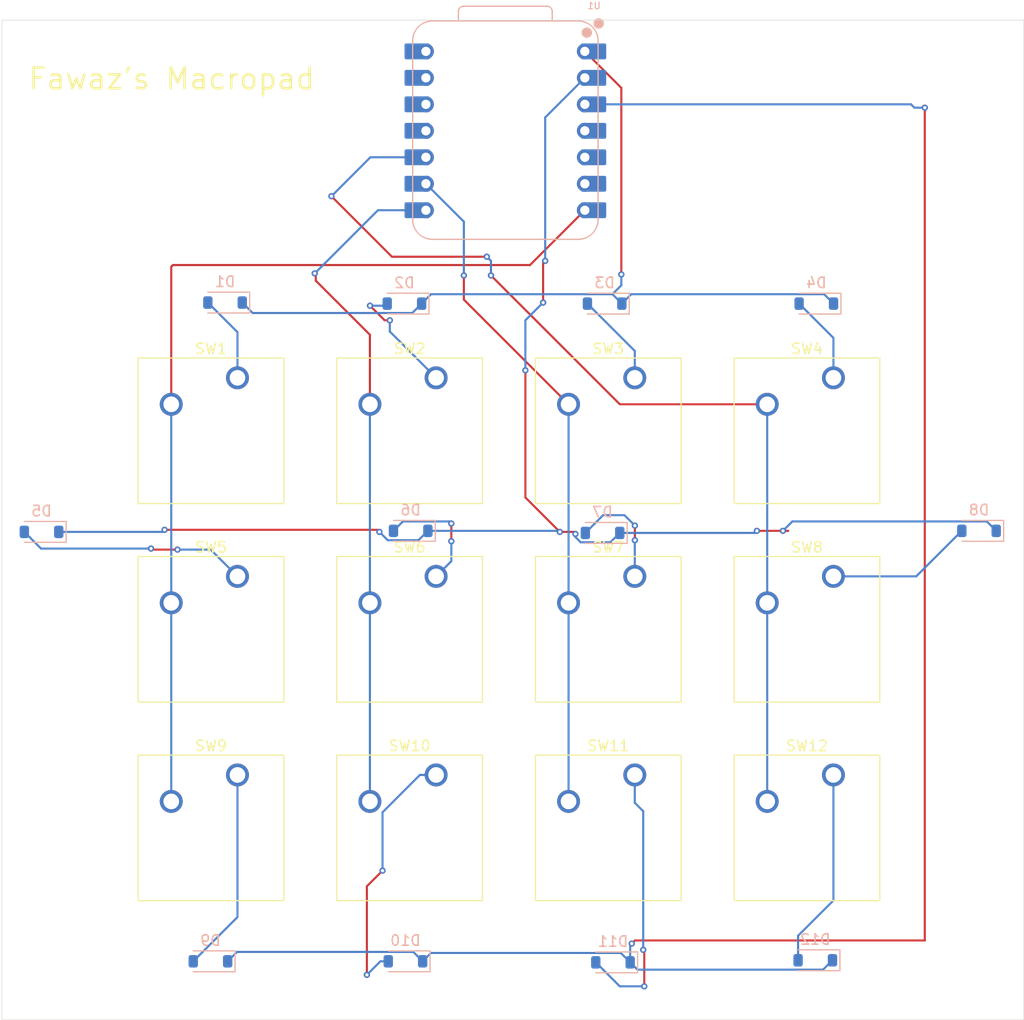
<source format=kicad_pcb>
(kicad_pcb (version 20241229) (generator "pcbnew") (generator_version "9.0")
  (layers (0 "F.Cu" signal) (2 "B.Cu" signal) (13 "F.Paste" user) (15 "B.Paste" user) (5 "F.SilkS" user "F.Silkscreen") (7 "B.SilkS" user "B.Silkscreen") (1 "F.Mask" user) (3 "B.Mask" user) (25 "Edge.Cuts" user))
  (net 0 "")
  (net 1 "ROW0")
  (net 2 "Net-(D1-A)")
  (net 3 "Net-(D2-A)")
  (net 4 "Net-(D3-A)")
  (net 5 "Net-(D4-A)")
  (net 6 "ROW1")
  (net 7 "Net-(D5-A)")
  (net 8 "Net-(D6-A)")
  (net 9 "Net-(D7-A)")
  (net 10 "Net-(D8-A)")
  (net 11 "ROW2")
  (net 12 "Net-(D9-A)")
  (net 13 "Net-(D10-A)")
  (net 14 "Net-(D11-A)")
  (net 15 "Net-(D12-A)")
  (net 16 "COL0")
  (net 17 "COL1")
  (net 18 "COL2")
  (net 19 "COL3")
  (footprint "Button_Switch_Keyboard:SW_Cherry_MX_1.00u_PCB" (layer "F.Cu") (at 154.94 90.17)
    (property "Reference" "SW8" (at -2.54 -2.794 0) (layer "F.SilkS"))
    (property "Value" "SW_Push")
    (fp_line (start -9.525 -1.905) (end 4.445 -1.905) (stroke (width 0.12)) (layer "F.SilkS"))
    (fp_line (start -9.525 12.065) (end -9.525 -1.905) (stroke (width 0.12)) (layer "F.SilkS"))
    (fp_line (start 4.445 -1.905) (end 4.445 12.065) (stroke (width 0.12)) (layer "F.SilkS"))
    (fp_line (start 4.445 12.065) (end -9.525 12.065) (stroke (width 0.12)) (layer "F.SilkS"))
    (pad "" np_thru_hole circle (at -7.62 5.08) (size 1.7 1.7) (drill 1.7) (layers "*.Cu" "*.Mask"))
    (pad "" np_thru_hole circle (at -2.54 5.08) (size 4 4) (drill 4) (layers "*.Cu" "*.Mask"))
    (pad "" np_thru_hole circle (at 2.54 5.08) (size 1.7 1.7) (drill 1.7) (layers "*.Cu" "*.Mask"))
    (pad "1" thru_hole circle (at 0 0) (size 2.2 2.2) (drill 1.5) (layers "*.Cu" "*.Mask") (net 10 "Net-(D8-A)"))
    (pad "2" thru_hole circle (at -6.35 2.54) (size 2.2 2.2) (drill 1.5) (layers "*.Cu" "*.Mask") (net 19 "COL3"))
  )
  (footprint "Button_Switch_Keyboard:SW_Cherry_MX_1.00u_PCB" (layer "F.Cu") (at 154.94 71.12)
    (property "Reference" "SW4" (at -2.54 -2.794 0) (layer "F.SilkS"))
    (property "Value" "SW_Push")
    (fp_line (start -9.525 -1.905) (end 4.445 -1.905) (stroke (width 0.12)) (layer "F.SilkS"))
    (fp_line (start -9.525 12.065) (end -9.525 -1.905) (stroke (width 0.12)) (layer "F.SilkS"))
    (fp_line (start 4.445 -1.905) (end 4.445 12.065) (stroke (width 0.12)) (layer "F.SilkS"))
    (fp_line (start 4.445 12.065) (end -9.525 12.065) (stroke (width 0.12)) (layer "F.SilkS"))
    (pad "" np_thru_hole circle (at -7.62 5.08) (size 1.7 1.7) (drill 1.7) (layers "*.Cu" "*.Mask"))
    (pad "" np_thru_hole circle (at -2.54 5.08) (size 4 4) (drill 4) (layers "*.Cu" "*.Mask"))
    (pad "" np_thru_hole circle (at 2.54 5.08) (size 1.7 1.7) (drill 1.7) (layers "*.Cu" "*.Mask"))
    (pad "1" thru_hole circle (at 0 0) (size 2.2 2.2) (drill 1.5) (layers "*.Cu" "*.Mask") (net 5 "Net-(D4-A)"))
    (pad "2" thru_hole circle (at -6.35 2.54) (size 2.2 2.2) (drill 1.5) (layers "*.Cu" "*.Mask") (net 19 "COL3"))
  )
  (footprint "Button_Switch_Keyboard:SW_Cherry_MX_1.00u_PCB" (layer "F.Cu") (at 154.94 109.22)
    (property "Reference" "SW12" (at -2.54 -2.794 0) (layer "F.SilkS"))
    (property "Value" "SW_Push")
    (fp_line (start -9.525 -1.905) (end 4.445 -1.905) (stroke (width 0.12)) (layer "F.SilkS"))
    (fp_line (start -9.525 12.065) (end -9.525 -1.905) (stroke (width 0.12)) (layer "F.SilkS"))
    (fp_line (start 4.445 -1.905) (end 4.445 12.065) (stroke (width 0.12)) (layer "F.SilkS"))
    (fp_line (start 4.445 12.065) (end -9.525 12.065) (stroke (width 0.12)) (layer "F.SilkS"))
    (pad "" np_thru_hole circle (at -7.62 5.08) (size 1.7 1.7) (drill 1.7) (layers "*.Cu" "*.Mask"))
    (pad "" np_thru_hole circle (at -2.54 5.08) (size 4 4) (drill 4) (layers "*.Cu" "*.Mask"))
    (pad "" np_thru_hole circle (at 2.54 5.08) (size 1.7 1.7) (drill 1.7) (layers "*.Cu" "*.Mask"))
    (pad "1" thru_hole circle (at 0 0) (size 2.2 2.2) (drill 1.5) (layers "*.Cu" "*.Mask") (net 15 "Net-(D12-A)"))
    (pad "2" thru_hole circle (at -6.35 2.54) (size 2.2 2.2) (drill 1.5) (layers "*.Cu" "*.Mask") (net 19 "COL3"))
  )
  (footprint "Button_Switch_Keyboard:SW_Cherry_MX_1.00u_PCB" (layer "F.Cu") (at 97.79 71.12)
    (property "Reference" "SW1" (at -2.54 -2.794 0) (layer "F.SilkS"))
    (property "Value" "SW_Push")
    (fp_line (start -9.525 -1.905) (end 4.445 -1.905) (stroke (width 0.12)) (layer "F.SilkS"))
    (fp_line (start -9.525 12.065) (end -9.525 -1.905) (stroke (width 0.12)) (layer "F.SilkS"))
    (fp_line (start 4.445 -1.905) (end 4.445 12.065) (stroke (width 0.12)) (layer "F.SilkS"))
    (fp_line (start 4.445 12.065) (end -9.525 12.065) (stroke (width 0.12)) (layer "F.SilkS"))
    (pad "" np_thru_hole circle (at -7.62 5.08) (size 1.7 1.7) (drill 1.7) (layers "*.Cu" "*.Mask"))
    (pad "" np_thru_hole circle (at -2.54 5.08) (size 4 4) (drill 4) (layers "*.Cu" "*.Mask"))
    (pad "" np_thru_hole circle (at 2.54 5.08) (size 1.7 1.7) (drill 1.7) (layers "*.Cu" "*.Mask"))
    (pad "1" thru_hole circle (at 0 0) (size 2.2 2.2) (drill 1.5) (layers "*.Cu" "*.Mask") (net 2 "Net-(D1-A)"))
    (pad "2" thru_hole circle (at -6.35 2.54) (size 2.2 2.2) (drill 1.5) (layers "*.Cu" "*.Mask") (net 16 "COL0"))
  )
  (footprint "Button_Switch_Keyboard:SW_Cherry_MX_1.00u_PCB" (layer "F.Cu") (at 116.84 109.22)
    (property "Reference" "SW10" (at -2.54 -2.794 0) (layer "F.SilkS"))
    (property "Value" "SW_Push")
    (fp_line (start -9.525 -1.905) (end 4.445 -1.905) (stroke (width 0.12)) (layer "F.SilkS"))
    (fp_line (start -9.525 12.065) (end -9.525 -1.905) (stroke (width 0.12)) (layer "F.SilkS"))
    (fp_line (start 4.445 -1.905) (end 4.445 12.065) (stroke (width 0.12)) (layer "F.SilkS"))
    (fp_line (start 4.445 12.065) (end -9.525 12.065) (stroke (width 0.12)) (layer "F.SilkS"))
    (pad "" np_thru_hole circle (at -7.62 5.08) (size 1.7 1.7) (drill 1.7) (layers "*.Cu" "*.Mask"))
    (pad "" np_thru_hole circle (at -2.54 5.08) (size 4 4) (drill 4) (layers "*.Cu" "*.Mask"))
    (pad "" np_thru_hole circle (at 2.54 5.08) (size 1.7 1.7) (drill 1.7) (layers "*.Cu" "*.Mask"))
    (pad "1" thru_hole circle (at 0 0) (size 2.2 2.2) (drill 1.5) (layers "*.Cu" "*.Mask") (net 13 "Net-(D10-A)"))
    (pad "2" thru_hole circle (at -6.35 2.54) (size 2.2 2.2) (drill 1.5) (layers "*.Cu" "*.Mask") (net 17 "COL1"))
  )
  (footprint "Button_Switch_Keyboard:SW_Cherry_MX_1.00u_PCB" (layer "F.Cu") (at 135.89 90.17)
    (property "Reference" "SW7" (at -2.54 -2.794 0) (layer "F.SilkS"))
    (property "Value" "SW_Push")
    (fp_line (start -9.525 -1.905) (end 4.445 -1.905) (stroke (width 0.12)) (layer "F.SilkS"))
    (fp_line (start -9.525 12.065) (end -9.525 -1.905) (stroke (width 0.12)) (layer "F.SilkS"))
    (fp_line (start 4.445 -1.905) (end 4.445 12.065) (stroke (width 0.12)) (layer "F.SilkS"))
    (fp_line (start 4.445 12.065) (end -9.525 12.065) (stroke (width 0.12)) (layer "F.SilkS"))
    (pad "" np_thru_hole circle (at -7.62 5.08) (size 1.7 1.7) (drill 1.7) (layers "*.Cu" "*.Mask"))
    (pad "" np_thru_hole circle (at -2.54 5.08) (size 4 4) (drill 4) (layers "*.Cu" "*.Mask"))
    (pad "" np_thru_hole circle (at 2.54 5.08) (size 1.7 1.7) (drill 1.7) (layers "*.Cu" "*.Mask"))
    (pad "1" thru_hole circle (at 0 0) (size 2.2 2.2) (drill 1.5) (layers "*.Cu" "*.Mask") (net 9 "Net-(D7-A)"))
    (pad "2" thru_hole circle (at -6.35 2.54) (size 2.2 2.2) (drill 1.5) (layers "*.Cu" "*.Mask") (net 18 "COL2"))
  )
  (footprint "Button_Switch_Keyboard:SW_Cherry_MX_1.00u_PCB" (layer "F.Cu") (at 135.89 109.22)
    (property "Reference" "SW11" (at -2.54 -2.794 0) (layer "F.SilkS"))
    (property "Value" "SW_Push")
    (fp_line (start -9.525 -1.905) (end 4.445 -1.905) (stroke (width 0.12)) (layer "F.SilkS"))
    (fp_line (start -9.525 12.065) (end -9.525 -1.905) (stroke (width 0.12)) (layer "F.SilkS"))
    (fp_line (start 4.445 -1.905) (end 4.445 12.065) (stroke (width 0.12)) (layer "F.SilkS"))
    (fp_line (start 4.445 12.065) (end -9.525 12.065) (stroke (width 0.12)) (layer "F.SilkS"))
    (pad "" np_thru_hole circle (at -7.62 5.08) (size 1.7 1.7) (drill 1.7) (layers "*.Cu" "*.Mask"))
    (pad "" np_thru_hole circle (at -2.54 5.08) (size 4 4) (drill 4) (layers "*.Cu" "*.Mask"))
    (pad "" np_thru_hole circle (at 2.54 5.08) (size 1.7 1.7) (drill 1.7) (layers "*.Cu" "*.Mask"))
    (pad "1" thru_hole circle (at 0 0) (size 2.2 2.2) (drill 1.5) (layers "*.Cu" "*.Mask") (net 14 "Net-(D11-A)"))
    (pad "2" thru_hole circle (at -6.35 2.54) (size 2.2 2.2) (drill 1.5) (layers "*.Cu" "*.Mask") (net 18 "COL2"))
  )
  (footprint "Button_Switch_Keyboard:SW_Cherry_MX_1.00u_PCB" (layer "F.Cu") (at 97.79 90.17)
    (property "Reference" "SW5" (at -2.54 -2.794 0) (layer "F.SilkS"))
    (property "Value" "SW_Push")
    (fp_line (start -9.525 -1.905) (end 4.445 -1.905) (stroke (width 0.12)) (layer "F.SilkS"))
    (fp_line (start -9.525 12.065) (end -9.525 -1.905) (stroke (width 0.12)) (layer "F.SilkS"))
    (fp_line (start 4.445 -1.905) (end 4.445 12.065) (stroke (width 0.12)) (layer "F.SilkS"))
    (fp_line (start 4.445 12.065) (end -9.525 12.065) (stroke (width 0.12)) (layer "F.SilkS"))
    (pad "" np_thru_hole circle (at -7.62 5.08) (size 1.7 1.7) (drill 1.7) (layers "*.Cu" "*.Mask"))
    (pad "" np_thru_hole circle (at -2.54 5.08) (size 4 4) (drill 4) (layers "*.Cu" "*.Mask"))
    (pad "" np_thru_hole circle (at 2.54 5.08) (size 1.7 1.7) (drill 1.7) (layers "*.Cu" "*.Mask"))
    (pad "1" thru_hole circle (at 0 0) (size 2.2 2.2) (drill 1.5) (layers "*.Cu" "*.Mask") (net 7 "Net-(D5-A)"))
    (pad "2" thru_hole circle (at -6.35 2.54) (size 2.2 2.2) (drill 1.5) (layers "*.Cu" "*.Mask") (net 16 "COL0"))
  )
  (footprint "Button_Switch_Keyboard:SW_Cherry_MX_1.00u_PCB" (layer "F.Cu") (at 116.84 90.17)
    (property "Reference" "SW6" (at -2.54 -2.794 0) (layer "F.SilkS"))
    (property "Value" "SW_Push")
    (fp_line (start -9.525 -1.905) (end 4.445 -1.905) (stroke (width 0.12)) (layer "F.SilkS"))
    (fp_line (start -9.525 12.065) (end -9.525 -1.905) (stroke (width 0.12)) (layer "F.SilkS"))
    (fp_line (start 4.445 -1.905) (end 4.445 12.065) (stroke (width 0.12)) (layer "F.SilkS"))
    (fp_line (start 4.445 12.065) (end -9.525 12.065) (stroke (width 0.12)) (layer "F.SilkS"))
    (pad "" np_thru_hole circle (at -7.62 5.08) (size 1.7 1.7) (drill 1.7) (layers "*.Cu" "*.Mask"))
    (pad "" np_thru_hole circle (at -2.54 5.08) (size 4 4) (drill 4) (layers "*.Cu" "*.Mask"))
    (pad "" np_thru_hole circle (at 2.54 5.08) (size 1.7 1.7) (drill 1.7) (layers "*.Cu" "*.Mask"))
    (pad "1" thru_hole circle (at 0 0) (size 2.2 2.2) (drill 1.5) (layers "*.Cu" "*.Mask") (net 8 "Net-(D6-A)"))
    (pad "2" thru_hole circle (at -6.35 2.54) (size 2.2 2.2) (drill 1.5) (layers "*.Cu" "*.Mask") (net 17 "COL1"))
  )
  (footprint "Button_Switch_Keyboard:SW_Cherry_MX_1.00u_PCB" (layer "F.Cu") (at 135.89 71.12)
    (property "Reference" "SW3" (at -2.54 -2.794 0) (layer "F.SilkS"))
    (property "Value" "SW_Push")
    (fp_line (start -9.525 -1.905) (end 4.445 -1.905) (stroke (width 0.12)) (layer "F.SilkS"))
    (fp_line (start -9.525 12.065) (end -9.525 -1.905) (stroke (width 0.12)) (layer "F.SilkS"))
    (fp_line (start 4.445 -1.905) (end 4.445 12.065) (stroke (width 0.12)) (layer "F.SilkS"))
    (fp_line (start 4.445 12.065) (end -9.525 12.065) (stroke (width 0.12)) (layer "F.SilkS"))
    (pad "" np_thru_hole circle (at -7.62 5.08) (size 1.7 1.7) (drill 1.7) (layers "*.Cu" "*.Mask"))
    (pad "" np_thru_hole circle (at -2.54 5.08) (size 4 4) (drill 4) (layers "*.Cu" "*.Mask"))
    (pad "" np_thru_hole circle (at 2.54 5.08) (size 1.7 1.7) (drill 1.7) (layers "*.Cu" "*.Mask"))
    (pad "1" thru_hole circle (at 0 0) (size 2.2 2.2) (drill 1.5) (layers "*.Cu" "*.Mask") (net 4 "Net-(D3-A)"))
    (pad "2" thru_hole circle (at -6.35 2.54) (size 2.2 2.2) (drill 1.5) (layers "*.Cu" "*.Mask") (net 18 "COL2"))
  )
  (footprint "Button_Switch_Keyboard:SW_Cherry_MX_1.00u_PCB" (layer "F.Cu") (at 97.79 109.22)
    (property "Reference" "SW9" (at -2.54 -2.794 0) (layer "F.SilkS"))
    (property "Value" "SW_Push")
    (fp_line (start -9.525 -1.905) (end 4.445 -1.905) (stroke (width 0.12)) (layer "F.SilkS"))
    (fp_line (start -9.525 12.065) (end -9.525 -1.905) (stroke (width 0.12)) (layer "F.SilkS"))
    (fp_line (start 4.445 -1.905) (end 4.445 12.065) (stroke (width 0.12)) (layer "F.SilkS"))
    (fp_line (start 4.445 12.065) (end -9.525 12.065) (stroke (width 0.12)) (layer "F.SilkS"))
    (pad "" np_thru_hole circle (at -7.62 5.08) (size 1.7 1.7) (drill 1.7) (layers "*.Cu" "*.Mask"))
    (pad "" np_thru_hole circle (at -2.54 5.08) (size 4 4) (drill 4) (layers "*.Cu" "*.Mask"))
    (pad "" np_thru_hole circle (at 2.54 5.08) (size 1.7 1.7) (drill 1.7) (layers "*.Cu" "*.Mask"))
    (pad "1" thru_hole circle (at 0 0) (size 2.2 2.2) (drill 1.5) (layers "*.Cu" "*.Mask") (net 12 "Net-(D9-A)"))
    (pad "2" thru_hole circle (at -6.35 2.54) (size 2.2 2.2) (drill 1.5) (layers "*.Cu" "*.Mask") (net 16 "COL0"))
  )
  (footprint "Button_Switch_Keyboard:SW_Cherry_MX_1.00u_PCB" (layer "F.Cu") (at 116.84 71.12)
    (property "Reference" "SW2" (at -2.54 -2.794 0) (layer "F.SilkS"))
    (property "Value" "SW_Push")
    (fp_line (start -9.525 -1.905) (end 4.445 -1.905) (stroke (width 0.12)) (layer "F.SilkS"))
    (fp_line (start -9.525 12.065) (end -9.525 -1.905) (stroke (width 0.12)) (layer "F.SilkS"))
    (fp_line (start 4.445 -1.905) (end 4.445 12.065) (stroke (width 0.12)) (layer "F.SilkS"))
    (fp_line (start 4.445 12.065) (end -9.525 12.065) (stroke (width 0.12)) (layer "F.SilkS"))
    (pad "" np_thru_hole circle (at -7.62 5.08) (size 1.7 1.7) (drill 1.7) (layers "*.Cu" "*.Mask"))
    (pad "" np_thru_hole circle (at -2.54 5.08) (size 4 4) (drill 4) (layers "*.Cu" "*.Mask"))
    (pad "" np_thru_hole circle (at 2.54 5.08) (size 1.7 1.7) (drill 1.7) (layers "*.Cu" "*.Mask"))
    (pad "1" thru_hole circle (at 0 0) (size 2.2 2.2) (drill 1.5) (layers "*.Cu" "*.Mask") (net 3 "Net-(D2-A)"))
    (pad "2" thru_hole circle (at -6.35 2.54) (size 2.2 2.2) (drill 1.5) (layers "*.Cu" "*.Mask") (net 17 "COL1"))
  )
  (footprint "Diode_SMD:D_SOD-123" (layer "B.Cu") (at 153.3 64 180)
    (property "Reference" "D4" (at 0 2 0) (layer "B.SilkS") (effects (justify mirror)))
    (property "Value" "1N4148WT")
    (fp_line (start -2.36 1) (end 1.65 1) (stroke (width 0.12)) (layer "B.SilkS"))
    (fp_line (start -2.36 1) (end -2.36 -1) (stroke (width 0.12)) (layer "B.SilkS"))
    (fp_line (start -2.36 -1) (end 1.65 -1) (stroke (width 0.12)) (layer "B.SilkS"))
    (pad "1" smd roundrect (at -1.65 0 180) (size 0.9 1.2) (layers "B.Cu" "B.Mask" "B.Paste") (net 1 "ROW0"))
    (pad "2" smd roundrect (at 1.65 0 180) (size 0.9 1.2) (layers "B.Cu" "B.Mask" "B.Paste") (net 5 "Net-(D4-A)"))
  )
  (footprint "Diode_SMD:D_SOD-123" (layer "B.Cu") (at 132.8 86 180)
    (property "Reference" "D7" (at 0 2 0) (layer "B.SilkS") (effects (justify mirror)))
    (property "Value" "1N4148WT")
    (fp_line (start -2.36 1) (end 1.65 1) (stroke (width 0.12)) (layer "B.SilkS"))
    (fp_line (start -2.36 1) (end -2.36 -1) (stroke (width 0.12)) (layer "B.SilkS"))
    (fp_line (start -2.36 -1) (end 1.65 -1) (stroke (width 0.12)) (layer "B.SilkS"))
    (pad "1" smd roundrect (at -1.65 0 180) (size 0.9 1.2) (layers "B.Cu" "B.Mask" "B.Paste") (net 6 "ROW1"))
    (pad "2" smd roundrect (at 1.65 0 180) (size 0.9 1.2) (layers "B.Cu" "B.Mask" "B.Paste") (net 9 "Net-(D7-A)"))
  )
  (footprint "Diode_SMD:D_SOD-123" (layer "B.Cu") (at 96.6 63.9 180)
    (property "Reference" "D1" (at 0 2 0) (layer "B.SilkS") (effects (justify mirror)))
    (property "Value" "1N4148WT")
    (fp_line (start -2.36 1) (end 1.65 1) (stroke (width 0.12)) (layer "B.SilkS"))
    (fp_line (start -2.36 1) (end -2.36 -1) (stroke (width 0.12)) (layer "B.SilkS"))
    (fp_line (start -2.36 -1) (end 1.65 -1) (stroke (width 0.12)) (layer "B.SilkS"))
    (pad "1" smd roundrect (at -1.65 0 180) (size 0.9 1.2) (layers "B.Cu" "B.Mask" "B.Paste") (net 1 "ROW0"))
    (pad "2" smd roundrect (at 1.65 0 180) (size 0.9 1.2) (layers "B.Cu" "B.Mask" "B.Paste") (net 2 "Net-(D1-A)"))
  )
  (footprint "Diode_SMD:D_SOD-123" (layer "B.Cu") (at 168.9 85.8 180)
    (property "Reference" "D8" (at 0 2 0) (layer "B.SilkS") (effects (justify mirror)))
    (property "Value" "1N4148WT")
    (fp_line (start -2.36 1) (end 1.65 1) (stroke (width 0.12)) (layer "B.SilkS"))
    (fp_line (start -2.36 1) (end -2.36 -1) (stroke (width 0.12)) (layer "B.SilkS"))
    (fp_line (start -2.36 -1) (end 1.65 -1) (stroke (width 0.12)) (layer "B.SilkS"))
    (pad "1" smd roundrect (at -1.65 0 180) (size 0.9 1.2) (layers "B.Cu" "B.Mask" "B.Paste") (net 6 "ROW1"))
    (pad "2" smd roundrect (at 1.65 0 180) (size 0.9 1.2) (layers "B.Cu" "B.Mask" "B.Paste") (net 10 "Net-(D8-A)"))
  )
  (footprint "Seeed Studio XIAO Series Library:XIAO-RP2040-DIP" (layer "B.Cu") (at 123.48 47.42 180)
    (property "Reference" "U1" (at -8.5 12 0) (layer "B.SilkS") (effects (font (size 0.635 0.635) (thickness 0.1016)) (justify mirror)))
    (property "Value" "XIAO-RP2040-DIP")
    (fp_line (start 8.89 -8.509) (end 8.89 8.636) (stroke (width 0.127)) (layer "B.SilkS"))
    (fp_line (start 6.985 10.541) (end -6.985 10.541) (stroke (width 0.1)) (layer "B.SilkS"))
    (fp_line (start 6.985 10.541) (end -6.985 10.541) (stroke (width 0.127)) (layer "B.SilkS"))
    (fp_line (start 4.504 11.451) (end 4.504 10.541) (stroke (width 0.127)) (layer "B.SilkS"))
    (fp_line (start -3.991272 11.951) (end 4.004 11.951) (stroke (width 0.127)) (layer "B.SilkS"))
    (fp_line (start -4.495 10.541) (end -4.491272 11.451272) (stroke (width 0.127)) (layer "B.SilkS"))
    (fp_line (start -6.985 -10.414) (end 6.985 -10.414) (stroke (width 0.127)) (layer "B.SilkS"))
    (fp_line (start -8.89 -8.509) (end -8.89 8.636) (stroke (width 0.127)) (layer "B.SilkS"))
    (fp_arc (start 8.89 8.636) (mid 8.332038 9.983038) (end 6.985 10.541) (stroke (width 0.127)) (layer "B.SilkS"))
    (fp_arc (start 6.985 -10.414) (mid 8.332038 -9.856038) (end 8.89 -8.509) (stroke (width 0.127)) (layer "B.SilkS"))
    (fp_arc (start 4.504 11.451) (mid 4.357553 11.804553) (end 4.004 11.951) (stroke (width 0.127)) (layer "B.SilkS"))
    (fp_arc (start -3.991272 11.951) (mid -4.344724 11.804644) (end -4.491272 11.451272) (stroke (width 0.127)) (layer "B.SilkS"))
    (fp_arc (start -6.985 10.541) (mid -8.332038 9.983038) (end -8.89 8.636) (stroke (width 0.127)) (layer "B.SilkS"))
    (fp_arc (start -8.89 -8.509) (mid -8.332038 -9.856038) (end -6.985 -10.414) (stroke (width 0.127)) (layer "B.SilkS"))
    (fp_circle (center -7.807 9.42) (end -7.807 9.674) (stroke (width 0.5)) (fill yes) (layer "B.SilkS"))
    (fp_circle (center -8.95 10.3) (end -8.95 10.554) (stroke (width 0.5)) (fill yes) (layer "B.SilkS"))
    (pad "1" smd roundrect (at -8.455 7.62) (size 2.432 1.524) (layers "B.Cu" "B.Mask") (roundrect_rratio 0.1) (net 1 "ROW0"))
    (pad "1" thru_hole circle (at -7.62 7.62) (size 1.524 1.524) (drill 0.889) (layers "*.Cu" "*.Mask") (net 1 "ROW0"))
    (pad "2" smd roundrect (at -8.455 5.08) (size 2.432 1.524) (layers "B.Cu" "B.Mask") (roundrect_rratio 0.1) (net 6 "ROW1"))
    (pad "2" thru_hole circle (at -7.62 5.08) (size 1.524 1.524) (drill 0.889) (layers "*.Cu" "*.Mask") (net 6 "ROW1"))
    (pad "3" smd roundrect (at -8.455 2.54) (size 2.432 1.524) (layers "B.Cu" "B.Mask") (roundrect_rratio 0.1) (net 11 "ROW2"))
    (pad "3" thru_hole circle (at -7.62 2.54) (size 1.524 1.524) (drill 0.889) (layers "*.Cu" "*.Mask") (net 11 "ROW2"))
    (pad "4" smd roundrect (at -8.455 0) (size 2.432 1.524) (layers "B.Cu" "B.Mask") (roundrect_rratio 0.1))
    (pad "4" thru_hole circle (at -7.62 0) (size 1.524 1.524) (drill 0.889) (layers "*.Cu" "*.Mask"))
    (pad "5" smd roundrect (at -8.455 -2.54) (size 2.432 1.524) (layers "B.Cu" "B.Mask") (roundrect_rratio 0.1))
    (pad "5" thru_hole circle (at -7.62 -2.54) (size 1.524 1.524) (drill 0.889) (layers "*.Cu" "*.Mask"))
    (pad "6" smd roundrect (at -8.455 -5.08) (size 2.432 1.524) (layers "B.Cu" "B.Mask") (roundrect_rratio 0.1))
    (pad "6" thru_hole circle (at -7.62 -5.08) (size 1.524 1.524) (drill 0.889) (layers "*.Cu" "*.Mask"))
    (pad "7" smd roundrect (at -8.455 -7.62) (size 2.432 1.524) (layers "B.Cu" "B.Mask") (roundrect_rratio 0.1) (net 16 "COL0"))
    (pad "7" thru_hole circle (at -7.62 -7.62) (size 1.524 1.524) (drill 0.889) (layers "*.Cu" "*.Mask") (net 16 "COL0"))
    (pad "8" thru_hole circle (at 7.62 -7.62 180) (size 1.524 1.524) (drill 0.889) (layers "*.Cu" "*.Mask") (net 17 "COL1"))
    (pad "8" smd roundrect (at 8.455 -7.62 180) (size 2.432 1.524) (layers "B.Cu" "B.Mask") (roundrect_rratio 0.1) (net 17 "COL1"))
    (pad "9" thru_hole circle (at 7.62 -5.08 180) (size 1.524 1.524) (drill 0.889) (layers "*.Cu" "*.Mask") (net 18 "COL2"))
    (pad "9" smd roundrect (at 8.455 -5.08 180) (size 2.432 1.524) (layers "B.Cu" "B.Mask") (roundrect_rratio 0.1) (net 18 "COL2"))
    (pad "10" thru_hole circle (at 7.62 -2.54 180) (size 1.524 1.524) (drill 0.889) (layers "*.Cu" "*.Mask") (net 19 "COL3"))
    (pad "10" smd roundrect (at 8.455 -2.54 180) (size 2.432 1.524) (layers "B.Cu" "B.Mask") (roundrect_rratio 0.1) (net 19 "COL3"))
    (pad "11" thru_hole circle (at 7.62 0 180) (size 1.524 1.524) (drill 0.889) (layers "*.Cu" "*.Mask"))
    (pad "11" smd roundrect (at 8.455 0 180) (size 2.432 1.524) (layers "B.Cu" "B.Mask") (roundrect_rratio 0.1))
    (pad "12" thru_hole circle (at 7.62 2.54 180) (size 1.524 1.524) (drill 0.889) (layers "*.Cu" "*.Mask"))
    (pad "12" smd roundrect (at 8.455 2.54 180) (size 2.432 1.524) (layers "B.Cu" "B.Mask") (roundrect_rratio 0.1))
    (pad "13" thru_hole circle (at 7.62 5.08 180) (size 1.524 1.524) (drill 0.889) (layers "*.Cu" "*.Mask"))
    (pad "13" smd roundrect (at 8.455 5.08 180) (size 2.432 1.524) (layers "B.Cu" "B.Mask") (roundrect_rratio 0.1))
    (pad "14" thru_hole circle (at 7.62 7.62 180) (size 1.524 1.524) (drill 0.889) (layers "*.Cu" "*.Mask"))
    (pad "14" smd roundrect (at 8.455 7.62 180) (size 2.432 1.524) (layers "B.Cu" "B.Mask") (roundrect_rratio 0.1))
  )
  (footprint "Diode_SMD:D_SOD-123" (layer "B.Cu") (at 113.9 127.1 180)
    (property "Reference" "D10" (at 0 2 0) (layer "B.SilkS") (effects (justify mirror)))
    (property "Value" "1N4148WT")
    (fp_line (start -2.36 1) (end 1.65 1) (stroke (width 0.12)) (layer "B.SilkS"))
    (fp_line (start -2.36 1) (end -2.36 -1) (stroke (width 0.12)) (layer "B.SilkS"))
    (fp_line (start -2.36 -1) (end 1.65 -1) (stroke (width 0.12)) (layer "B.SilkS"))
    (pad "1" smd roundrect (at -1.65 0 180) (size 0.9 1.2) (layers "B.Cu" "B.Mask" "B.Paste") (net 11 "ROW2"))
    (pad "2" smd roundrect (at 1.65 0 180) (size 0.9 1.2) (layers "B.Cu" "B.Mask" "B.Paste") (net 13 "Net-(D10-A)"))
  )
  (footprint "Diode_SMD:D_SOD-123" (layer "B.Cu") (at 153.2 127 180)
    (property "Reference" "D12" (at 0 2 0) (layer "B.SilkS") (effects (justify mirror)))
    (property "Value" "1N4148WT")
    (fp_line (start -2.36 1) (end 1.65 1) (stroke (width 0.12)) (layer "B.SilkS"))
    (fp_line (start -2.36 1) (end -2.36 -1) (stroke (width 0.12)) (layer "B.SilkS"))
    (fp_line (start -2.36 -1) (end 1.65 -1) (stroke (width 0.12)) (layer "B.SilkS"))
    (pad "1" smd roundrect (at -1.65 0 180) (size 0.9 1.2) (layers "B.Cu" "B.Mask" "B.Paste") (net 11 "ROW2"))
    (pad "2" smd roundrect (at 1.65 0 180) (size 0.9 1.2) (layers "B.Cu" "B.Mask" "B.Paste") (net 15 "Net-(D12-A)"))
  )
  (footprint "Diode_SMD:D_SOD-123" (layer "B.Cu") (at 95.2 127.1 180)
    (property "Reference" "D9" (at 0 2 0) (layer "B.SilkS") (effects (justify mirror)))
    (property "Value" "1N4148WT")
    (fp_line (start -2.36 1) (end 1.65 1) (stroke (width 0.12)) (layer "B.SilkS"))
    (fp_line (start -2.36 1) (end -2.36 -1) (stroke (width 0.12)) (layer "B.SilkS"))
    (fp_line (start -2.36 -1) (end 1.65 -1) (stroke (width 0.12)) (layer "B.SilkS"))
    (pad "1" smd roundrect (at -1.65 0 180) (size 0.9 1.2) (layers "B.Cu" "B.Mask" "B.Paste") (net 11 "ROW2"))
    (pad "2" smd roundrect (at 1.65 0 180) (size 0.9 1.2) (layers "B.Cu" "B.Mask" "B.Paste") (net 12 "Net-(D9-A)"))
  )
  (footprint "Diode_SMD:D_SOD-123" (layer "B.Cu") (at 133.8 127.2 180)
    (property "Reference" "D11" (at 0 2 0) (layer "B.SilkS") (effects (justify mirror)))
    (property "Value" "1N4148WT")
    (fp_line (start -2.36 1) (end 1.65 1) (stroke (width 0.12)) (layer "B.SilkS"))
    (fp_line (start -2.36 1) (end -2.36 -1) (stroke (width 0.12)) (layer "B.SilkS"))
    (fp_line (start -2.36 -1) (end 1.65 -1) (stroke (width 0.12)) (layer "B.SilkS"))
    (pad "1" smd roundrect (at -1.65 0 180) (size 0.9 1.2) (layers "B.Cu" "B.Mask" "B.Paste") (net 11 "ROW2"))
    (pad "2" smd roundrect (at 1.65 0 180) (size 0.9 1.2) (layers "B.Cu" "B.Mask" "B.Paste") (net 14 "Net-(D11-A)"))
  )
  (footprint "Diode_SMD:D_SOD-123" (layer "B.Cu") (at 133 64 180)
    (property "Reference" "D3" (at 0 2 0) (layer "B.SilkS") (effects (justify mirror)))
    (property "Value" "1N4148WT")
    (fp_line (start -2.36 1) (end 1.65 1) (stroke (width 0.12)) (layer "B.SilkS"))
    (fp_line (start -2.36 1) (end -2.36 -1) (stroke (width 0.12)) (layer "B.SilkS"))
    (fp_line (start -2.36 -1) (end 1.65 -1) (stroke (width 0.12)) (layer "B.SilkS"))
    (pad "1" smd roundrect (at -1.65 0 180) (size 0.9 1.2) (layers "B.Cu" "B.Mask" "B.Paste") (net 1 "ROW0"))
    (pad "2" smd roundrect (at 1.65 0 180) (size 0.9 1.2) (layers "B.Cu" "B.Mask" "B.Paste") (net 4 "Net-(D3-A)"))
  )
  (footprint "Diode_SMD:D_SOD-123" (layer "B.Cu") (at 79 85.9 180)
    (property "Reference" "D5" (at 0 2 0) (layer "B.SilkS") (effects (justify mirror)))
    (property "Value" "1N4148WT")
    (fp_line (start -2.36 1) (end 1.65 1) (stroke (width 0.12)) (layer "B.SilkS"))
    (fp_line (start -2.36 1) (end -2.36 -1) (stroke (width 0.12)) (layer "B.SilkS"))
    (fp_line (start -2.36 -1) (end 1.65 -1) (stroke (width 0.12)) (layer "B.SilkS"))
    (pad "1" smd roundrect (at -1.65 0 180) (size 0.9 1.2) (layers "B.Cu" "B.Mask" "B.Paste") (net 6 "ROW1"))
    (pad "2" smd roundrect (at 1.65 0 180) (size 0.9 1.2) (layers "B.Cu" "B.Mask" "B.Paste") (net 7 "Net-(D5-A)"))
  )
  (footprint "Diode_SMD:D_SOD-123" (layer "B.Cu") (at 113.8 64 180)
    (property "Reference" "D2" (at 0 2 0) (layer "B.SilkS") (effects (justify mirror)))
    (property "Value" "1N4148WT")
    (fp_line (start -2.36 1) (end 1.65 1) (stroke (width 0.12)) (layer "B.SilkS"))
    (fp_line (start -2.36 1) (end -2.36 -1) (stroke (width 0.12)) (layer "B.SilkS"))
    (fp_line (start -2.36 -1) (end 1.65 -1) (stroke (width 0.12)) (layer "B.SilkS"))
    (pad "1" smd roundrect (at -1.65 0 180) (size 0.9 1.2) (layers "B.Cu" "B.Mask" "B.Paste") (net 1 "ROW0"))
    (pad "2" smd roundrect (at 1.65 0 180) (size 0.9 1.2) (layers "B.Cu" "B.Mask" "B.Paste") (net 3 "Net-(D2-A)"))
  )
  (footprint "Diode_SMD:D_SOD-123" (layer "B.Cu") (at 114.4 85.8 180)
    (property "Reference" "D6" (at 0 2 0) (layer "B.SilkS") (effects (justify mirror)))
    (property "Value" "1N4148WT")
    (fp_line (start -2.36 1) (end 1.65 1) (stroke (width 0.12)) (layer "B.SilkS"))
    (fp_line (start -2.36 1) (end -2.36 -1) (stroke (width 0.12)) (layer "B.SilkS"))
    (fp_line (start -2.36 -1) (end 1.65 -1) (stroke (width 0.12)) (layer "B.SilkS"))
    (pad "1" smd roundrect (at -1.65 0 180) (size 0.9 1.2) (layers "B.Cu" "B.Mask" "B.Paste") (net 6 "ROW1"))
    (pad "2" smd roundrect (at 1.65 0 180) (size 0.9 1.2) (layers "B.Cu" "B.Mask" "B.Paste") (net 8 "Net-(D6-A)"))
  )
  (gr_rect (start 75.2 36.8) (end 173.2 132.7) (stroke (width 0.05)) (fill no) (layer "Edge.Cuts"))
  (gr_text "Fawaz's Macropad" (at 77.6 43.6 0) (layer "F.SilkS") (effects (font (size 2 2) (thickness 0.25)) (justify left bottom)))
  (segment (start 134.6 43.3) (end 134.6 61.2) (width 0.2) (layer "F.Cu") (net 1))
  (segment (start 131.1 39.8) (end 134.6 43.3) (width 0.2) (layer "F.Cu") (net 1))
  (via (at 134.6 61.2) (size 0.6) (drill 0.3) (layers "F.Cu" "B.Cu") (net 1))
  (segment (start 98.25 63.9) (end 99.251 64.901) (width 0.2) (layer "B.Cu") (net 1))
  (segment (start 135.551 63.099) (end 154.049 63.099) (width 0.2) (layer "B.Cu") (net 1))
  (segment (start 134.6 62.248) (end 133.749 63.099) (width 0.2) (layer "B.Cu") (net 1))
  (segment (start 116.351 63.099) (end 133.749 63.099) (width 0.2) (layer "B.Cu") (net 1))
  (segment (start 134.65 64) (end 135.551 63.099) (width 0.2) (layer "B.Cu") (net 1))
  (segment (start 154.049 63.099) (end 154.95 64) (width 0.2) (layer "B.Cu") (net 1))
  (segment (start 115.45 64) (end 116.351 63.099) (width 0.2) (layer "B.Cu") (net 1))
  (segment (start 134.6 61.2) (end 134.6 62.248) (width 0.2) (layer "B.Cu") (net 1))
  (segment (start 133.749 63.099) (end 134.65 64) (width 0.2) (layer "B.Cu") (net 1))
  (segment (start 114.549 64.901) (end 115.45 64) (width 0.2) (layer "B.Cu") (net 1))
  (segment (start 99.251 64.901) (end 114.549 64.901) (width 0.2) (layer "B.Cu") (net 1))
  (segment (start 97.79 66.74) (end 94.95 63.9) (width 0.2) (layer "B.Cu") (net 2))
  (segment (start 97.79 71.12) (end 97.79 66.74) (width 0.2) (layer "B.Cu") (net 2))
  (segment (start 112.4 65.6) (end 111.9 65.6) (width 0.2) (layer "F.Cu") (net 3))
  (segment (start 111.9 65.6) (end 110.5 64.2) (width 0.2) (layer "F.Cu") (net 3))
  (via (at 112.4 65.6) (size 0.6) (drill 0.3) (layers "F.Cu" "B.Cu") (net 3))
  (via (at 110.5 64.2) (size 0.6) (drill 0.3) (layers "F.Cu" "B.Cu") (net 3))
  (segment (start 116.84 71.12) (end 112.4 66.68) (width 0.2) (layer "B.Cu") (net 3))
  (segment (start 111.95 64.2) (end 112.15 64) (width 0.2) (layer "B.Cu") (net 3))
  (segment (start 112.4 66.68) (end 112.4 65.6) (width 0.2) (layer "B.Cu") (net 3))
  (segment (start 110.5 64.2) (end 111.95 64.2) (width 0.2) (layer "B.Cu") (net 3))
  (segment (start 135.89 68.54) (end 131.35 64) (width 0.2) (layer "B.Cu") (net 4))
  (segment (start 135.89 71.12) (end 135.89 68.54) (width 0.2) (layer "B.Cu") (net 4))
  (segment (start 154.94 67.29) (end 151.65 64) (width 0.2) (layer "B.Cu") (net 5))
  (segment (start 154.94 71.12) (end 154.94 67.29) (width 0.2) (layer "B.Cu") (net 5))
  (segment (start 127.1 63.9) (end 127.1 60.1) (width 0.2) (layer "F.Cu") (net 6))
  (segment (start 90.8 85.7) (end 111.2 85.7) (width 0.2) (layer "F.Cu") (net 6))
  (segment (start 128.7 85.9) (end 125.4 82.6) (width 0.2) (layer "F.Cu") (net 6))
  (segment (start 130 85.9) (end 130.2 86.1) (width 0.2) (layer "F.Cu") (net 6))
  (segment (start 111.2 85.7) (end 111.4 85.9) (width 0.2) (layer "F.Cu") (net 6))
  (segment (start 150.6 85.8) (end 150.1 85.8) (width 0.2) (layer "F.Cu") (net 6))
  (segment (start 127.1 60.1) (end 127.3 59.9) (width 0.2) (layer "F.Cu") (net 6))
  (segment (start 147.6 85.8) (end 150.6 85.8) (width 0.2) (layer "F.Cu") (net 6))
  (segment (start 125.4 82.6) (end 125.4 70.4) (width 0.2) (layer "F.Cu") (net 6))
  (segment (start 128.7 85.9) (end 130 85.9) (width 0.2) (layer "F.Cu") (net 6))
  (via (at 130.2 86.1) (size 0.6) (drill 0.3) (layers "F.Cu" "B.Cu") (net 6))
  (via (at 150.1 85.8) (size 0.6) (drill 0.3) (layers "F.Cu" "B.Cu") (net 6))
  (via (at 111.4 85.9) (size 0.6) (drill 0.3) (layers "F.Cu" "B.Cu") (net 6))
  (via (at 125.4 70.4) (size 0.6) (drill 0.3) (layers "F.Cu" "B.Cu") (net 6))
  (via (at 127.3 59.9) (size 0.6) (drill 0.3) (layers "F.Cu" "B.Cu") (net 6))
  (via (at 90.8 85.7) (size 0.6) (drill 0.3) (layers "F.Cu" "B.Cu") (net 6))
  (via (at 128.7 85.9) (size 0.6) (drill 0.3) (layers "F.Cu" "B.Cu") (net 6))
  (via (at 147.6 85.8) (size 0.6) (drill 0.3) (layers "F.Cu" "B.Cu") (net 6))
  (via (at 127.1 63.9) (size 0.6) (drill 0.3) (layers "F.Cu" "B.Cu") (net 6))
  (segment (start 125.4 65.6) (end 127.1 63.9) (width 0.2) (layer "B.Cu") (net 6))
  (segment (start 134.45 86) (end 147.4 86) (width 0.2) (layer "B.Cu") (net 6))
  (segment (start 90.6 85.9) (end 90.8 85.7) (width 0.2) (layer "B.Cu") (net 6))
  (segment (start 150.1 85.8) (end 151.001 84.899) (width 0.2) (layer "B.Cu") (net 6))
  (segment (start 127.3 46.14) (end 131.1 42.34) (width 0.2) (layer "B.Cu") (net 6))
  (segment (start 147.4 86) (end 147.6 85.8) (width 0.2) (layer "B.Cu") (net 6))
  (segment (start 127.3 59.9) (end 127.3 46.14) (width 0.2) (layer "B.Cu") (net 6))
  (segment (start 130.2 86.40011) (end 130.70089 86.901) (width 0.2) (layer "B.Cu") (net 6))
  (segment (start 133.549 86.901) (end 134.45 86) (width 0.2) (layer "B.Cu") (net 6))
  (segment (start 116.05 85.8) (end 128.6 85.8) (width 0.2) (layer "B.Cu") (net 6))
  (segment (start 169.649 84.899) (end 170.55 85.8) (width 0.2) (layer "B.Cu") (net 6))
  (segment (start 111.4 85.9) (end 112.201 86.701) (width 0.2) (layer "B.Cu") (net 6))
  (segment (start 80.65 85.9) (end 90.6 85.9) (width 0.2) (layer "B.Cu") (net 6))
  (segment (start 112.201 86.701) (end 115.149 86.701) (width 0.2) (layer "B.Cu") (net 6))
  (segment (start 130.70089 86.901) (end 133.549 86.901) (width 0.2) (layer "B.Cu") (net 6))
  (segment (start 130.2 86.1) (end 130.2 86.40011) (width 0.2) (layer "B.Cu") (net 6))
  (segment (start 115.149 86.701) (end 116.05 85.8) (width 0.2) (layer "B.Cu") (net 6))
  (segment (start 151.001 84.899) (end 169.649 84.899) (width 0.2) (layer "B.Cu") (net 6))
  (segment (start 125.4 70.4) (end 125.4 65.6) (width 0.2) (layer "B.Cu") (net 6))
  (segment (start 128.6 85.8) (end 128.7 85.9) (width 0.2) (layer "B.Cu") (net 6))
  (segment (start 89.6 87.6) (end 89.5 87.5) (width 0.2) (layer "F.Cu") (net 7))
  (segment (start 92.04 87.6) (end 89.6 87.6) (width 0.2) (layer "F.Cu") (net 7))
  (via (at 89.5 87.5) (size 0.6) (drill 0.3) (layers "F.Cu" "B.Cu") (net 7))
  (via (at 92.04 87.6) (size 0.6) (drill 0.3) (layers "F.Cu" "B.Cu") (net 7))
  (segment (start 89.5 87.5) (end 78.95 87.5) (width 0.2) (layer "B.Cu") (net 7))
  (segment (start 95.22 87.6) (end 92.04 87.6) (width 0.2) (layer "B.Cu") (net 7))
  (segment (start 97.79 90.17) (end 95.22 87.6) (width 0.2) (layer "B.Cu") (net 7))
  (segment (start 78.95 87.5) (end 77.35 85.9) (width 0.2) (layer "B.Cu") (net 7))
  (segment (start 118.3 86.8) (end 118.3 85.1) (width 0.2) (layer "F.Cu") (net 8))
  (via (at 118.3 85.1) (size 0.6) (drill 0.3) (layers "F.Cu" "B.Cu") (net 8))
  (via (at 118.3 86.8) (size 0.6) (drill 0.3) (layers "F.Cu" "B.Cu") (net 8))
  (segment (start 113.651 84.899) (end 112.75 85.8) (width 0.2) (layer "B.Cu") (net 8))
  (segment (start 118.3 88.71) (end 118.3 86.8) (width 0.2) (layer "B.Cu") (net 8))
  (segment (start 116.84 90.17) (end 118.3 88.71) (width 0.2) (layer "B.Cu") (net 8))
  (segment (start 118.099 84.899) (end 113.651 84.899) (width 0.2) (layer "B.Cu") (net 8))
  (segment (start 118.3 85.1) (end 118.099 84.899) (width 0.2) (layer "B.Cu") (net 8))
  (segment (start 135.9 86.7) (end 135.9 85.3) (width 0.2) (layer "F.Cu") (net 9))
  (via (at 135.9 86.7) (size 0.6) (drill 0.3) (layers "F.Cu" "B.Cu") (net 9))
  (via (at 135.9 85.3) (size 0.6) (drill 0.3) (layers "F.Cu" "B.Cu") (net 9))
  (segment (start 132.85 84.3) (end 131.15 86) (width 0.2) (layer "B.Cu") (net 9))
  (segment (start 135.89 90.17) (end 135.89 86.71) (width 0.2) (layer "B.Cu") (net 9))
  (segment (start 135.89 86.71) (end 135.9 86.7) (width 0.2) (layer "B.Cu") (net 9))
  (segment (start 135.9 85.3) (end 134.9 84.3) (width 0.2) (layer "B.Cu") (net 9))
  (segment (start 134.9 84.3) (end 132.85 84.3) (width 0.2) (layer "B.Cu") (net 9))
  (segment (start 154.94 90.17) (end 162.88 90.17) (width 0.2) (layer "B.Cu") (net 10))
  (segment (start 162.88 90.17) (end 167.25 85.8) (width 0.2) (layer "B.Cu") (net 10))
  (segment (start 163.7 125.1) (end 163.7 45.2) (width 0.2) (layer "F.Cu") (net 11))
  (segment (start 135.6 125.4) (end 135.9 125.1) (width 0.2) (layer "F.Cu") (net 11))
  (segment (start 135.9 125.1) (end 163.7 125.1) (width 0.2) (layer "F.Cu") (net 11))
  (via (at 163.7 45.2) (size 0.6) (drill 0.3) (layers "F.Cu" "B.Cu") (net 11))
  (via (at 135.6 125.4) (size 0.6) (drill 0.3) (layers "F.Cu" "B.Cu") (net 11))
  (segment (start 162.38 44.88) (end 131.935 44.88) (width 0.2) (layer "B.Cu") (net 11))
  (segment (start 154.85 127) (end 153.949 127.901) (width 0.2) (layer "B.Cu") (net 11))
  (segment (start 116.351 126.299) (end 115.55 127.1) (width 0.2) (layer "B.Cu") (net 11))
  (segment (start 96.85 127.1) (end 97.751 126.199) (width 0.2) (layer "B.Cu") (net 11))
  (segment (start 134.549 126.299) (end 116.351 126.299) (width 0.2) (layer "B.Cu") (net 11))
  (segment (start 135.45 127.2) (end 135.45 125.55) (width 0.2) (layer "B.Cu") (net 11))
  (segment (start 135.45 125.55) (end 135.6 125.4) (width 0.2) (layer "B.Cu") (net 11))
  (segment (start 136.151 127.901) (end 135.45 127.2) (width 0.2) (layer "B.Cu") (net 11))
  (segment (start 97.751 126.199) (end 114.649 126.199) (width 0.2) (layer "B.Cu") (net 11))
  (segment (start 135.45 127.2) (end 134.549 126.299) (width 0.2) (layer "B.Cu") (net 11))
  (segment (start 162.7 45.2) (end 162.38 44.88) (width 0.2) (layer "B.Cu") (net 11))
  (segment (start 114.649 126.199) (end 115.55 127.1) (width 0.2) (layer "B.Cu") (net 11))
  (segment (start 163.7 45.2) (end 162.7 45.2) (width 0.2) (layer "B.Cu") (net 11))
  (segment (start 153.949 127.901) (end 136.151 127.901) (width 0.2) (layer "B.Cu") (net 11))
  (segment (start 97.79 109.22) (end 97.79 122.86) (width 0.2) (layer "B.Cu") (net 12))
  (segment (start 97.79 122.86) (end 93.55 127.1) (width 0.2) (layer "B.Cu") (net 12))
  (segment (start 110.2 119.9) (end 110.2 128.4) (width 0.2) (layer "F.Cu") (net 13))
  (segment (start 111.7 118.4) (end 110.2 119.9) (width 0.2) (layer "F.Cu") (net 13))
  (via (at 110.2 128.4) (size 0.6) (drill 0.3) (layers "F.Cu" "B.Cu") (net 13))
  (via (at 111.7 118.4) (size 0.6) (drill 0.3) (layers "F.Cu" "B.Cu") (net 13))
  (segment (start 115.284366 109.22) (end 111.7 112.804366) (width 0.2) (layer "B.Cu") (net 13))
  (segment (start 116.84 109.22) (end 115.284366 109.22) (width 0.2) (layer "B.Cu") (net 13))
  (segment (start 111.5 127.1) (end 112.25 127.1) (width 0.2) (layer "B.Cu") (net 13))
  (segment (start 110.2 128.4) (end 111.5 127.1) (width 0.2) (layer "B.Cu") (net 13))
  (segment (start 111.7 112.804366) (end 111.7 118.4) (width 0.2) (layer "B.Cu") (net 13))
  (segment (start 136.7 126) (end 136.8 126.1) (width 0.2) (layer "F.Cu") (net 14))
  (segment (start 136.8 126.1) (end 136.8 129.5) (width 0.2) (layer "F.Cu") (net 14))
  (via (at 136.7 126) (size 0.6) (drill 0.3) (layers "F.Cu" "B.Cu") (net 14))
  (via (at 136.8 129.5) (size 0.6) (drill 0.3) (layers "F.Cu" "B.Cu") (net 14))
  (segment (start 134.45 129.5) (end 132.15 127.2) (width 0.2) (layer "B.Cu") (net 14))
  (segment (start 135.89 109.22) (end 135.89 111.89) (width 0.2) (layer "B.Cu") (net 14))
  (segment (start 136.7 112.7) (end 136.7 126) (width 0.2) (layer "B.Cu") (net 14))
  (segment (start 136.8 129.5) (end 134.45 129.5) (width 0.2) (layer "B.Cu") (net 14))
  (segment (start 135.89 111.89) (end 136.7 112.7) (width 0.2) (layer "B.Cu") (net 14))
  (segment (start 151.55 124.65) (end 151.55 127) (width 0.2) (layer "B.Cu") (net 15))
  (segment (start 154.94 121.26) (end 151.55 124.65) (width 0.2) (layer "B.Cu") (net 15))
  (segment (start 154.94 109.22) (end 154.94 121.26) (width 0.2) (layer "B.Cu") (net 15))
  (segment (start 91.6 60.3) (end 125.84 60.3) (width 0.2) (layer "F.Cu") (net 16))
  (segment (start 91.44 60.46) (end 91.6 60.3) (width 0.2) (layer "F.Cu") (net 16))
  (segment (start 91.44 73.66) (end 91.44 60.46) (width 0.2) (layer "F.Cu") (net 16))
  (segment (start 125.84 60.3) (end 131.1 55.04) (width 0.2) (layer "F.Cu") (net 16))
  (segment (start 91.44 73.66) (end 91.44 92.71) (width 0.2) (layer "B.Cu") (net 16))
  (segment (start 91.44 92.71) (end 91.44 111.76) (width 0.2) (layer "B.Cu") (net 16))
  (segment (start 110.49 73.66) (end 110.49 66.99) (width 0.2) (layer "F.Cu") (net 17))
  (segment (start 105.3 61.2) (end 105.2 61.1) (width 0.2) (layer "F.Cu") (net 17))
  (segment (start 110.49 66.99) (end 105.3 61.8) (width 0.2) (layer "F.Cu") (net 17))
  (segment (start 105.3 61.8) (end 105.3 61.2) (width 0.2) (layer "F.Cu") (net 17))
  (via (at 105.2 61.1) (size 0.6) (drill 0.3) (layers "F.Cu" "B.Cu") (net 17))
  (segment (start 110.49 73.66) (end 110.49 92.71) (width 0.2) (layer "B.Cu") (net 17))
  (segment (start 105.2 61.1) (end 111.26 55.04) (width 0.2) (layer "B.Cu") (net 17))
  (segment (start 111.26 55.04) (end 115.86 55.04) (width 0.2) (layer "B.Cu") (net 17))
  (segment (start 110.49 92.71) (end 110.49 111.76) (width 0.2) (layer "B.Cu") (net 17))
  (segment (start 119.5 63.62) (end 119.5 61.3) (width 0.2) (layer "F.Cu") (net 18))
  (segment (start 129.54 73.66) (end 119.5 63.62) (width 0.2) (layer "F.Cu") (net 18))
  (via (at 119.5 61.3) (size 0.6) (drill 0.3) (layers "F.Cu" "B.Cu") (net 18))
  (segment (start 119.5 56.14) (end 115.86 52.5) (width 0.2) (layer "B.Cu") (net 18))
  (segment (start 119.5 61.3) (end 119.5 56.14) (width 0.2) (layer "B.Cu") (net 18))
  (segment (start 129.54 92.71) (end 129.54 111.76) (width 0.2) (layer "B.Cu") (net 18))
  (segment (start 129.54 73.66) (end 129.54 92.71) (width 0.2) (layer "B.Cu") (net 18))
  (segment (start 134.46 73.66) (end 122.1 61.3) (width 0.2) (layer "F.Cu") (net 19))
  (segment (start 148.59 73.66) (end 134.46 73.66) (width 0.2) (layer "F.Cu") (net 19))
  (segment (start 121.7 59.5) (end 112.6 59.5) (width 0.2) (layer "F.Cu") (net 19))
  (segment (start 112.6 59.5) (end 106.8 53.7) (width 0.2) (layer "F.Cu") (net 19))
  (via (at 121.7 59.5) (size 0.6) (drill 0.3) (layers "F.Cu" "B.Cu") (net 19))
  (via (at 106.8 53.7) (size 0.6) (drill 0.3) (layers "F.Cu" "B.Cu") (net 19))
  (via (at 122.1 61.3) (size 0.6) (drill 0.3) (layers "F.Cu" "B.Cu") (net 19))
  (segment (start 148.59 73.66) (end 148.59 92.71) (width 0.2) (layer "B.Cu") (net 19))
  (segment (start 148.59 92.71) (end 148.59 111.76) (width 0.2) (layer "B.Cu") (net 19))
  (segment (start 122.1 61.3) (end 122.1 59.9) (width 0.2) (layer "B.Cu") (net 19))
  (segment (start 106.8 53.7) (end 110.54 49.96) (width 0.2) (layer "B.Cu") (net 19))
  (segment (start 110.54 49.96) (end 115.025 49.96) (width 0.2) (layer "B.Cu") (net 19))
  (segment (start 122.1 59.9) (end 121.7 59.5) (width 0.2) (layer "B.Cu") (net 19))
)
</source>
